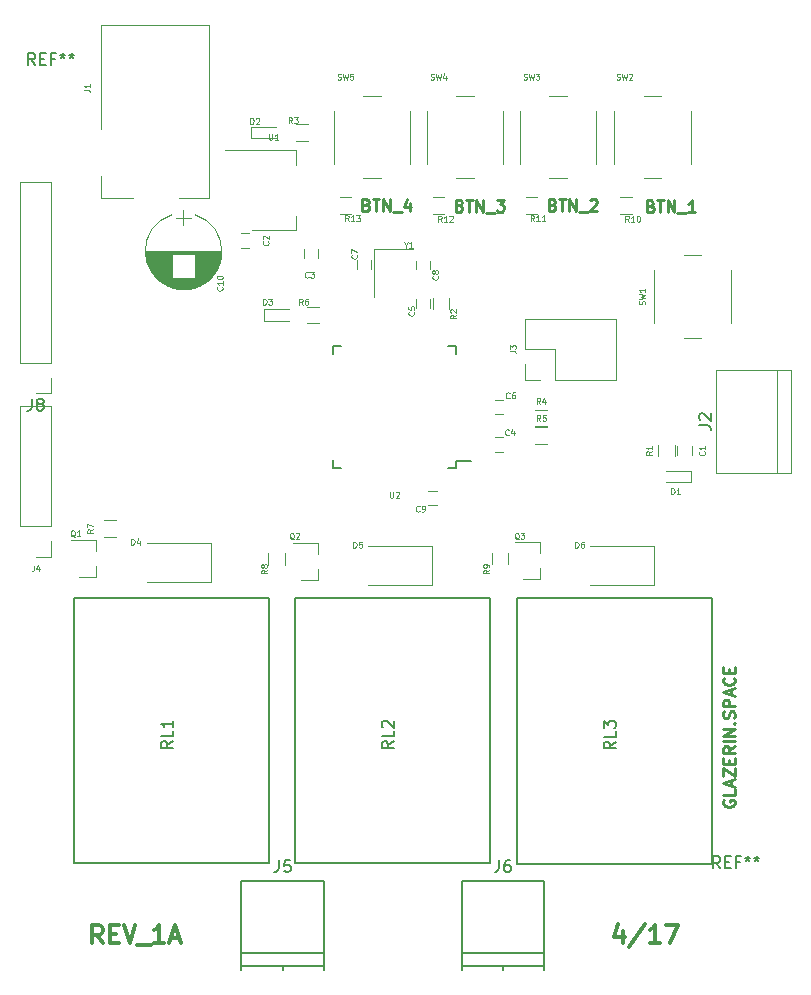
<source format=gto>
G04 #@! TF.FileFunction,Legend,Top*
%FSLAX46Y46*%
G04 Gerber Fmt 4.6, Leading zero omitted, Abs format (unit mm)*
G04 Created by KiCad (PCBNEW 4.0.6) date 04/22/17 16:33:41*
%MOMM*%
%LPD*%
G01*
G04 APERTURE LIST*
%ADD10C,0.100000*%
%ADD11C,0.250000*%
%ADD12C,0.300000*%
%ADD13C,0.150000*%
%ADD14C,0.120000*%
%ADD15C,0.125000*%
G04 APERTURE END LIST*
D10*
D11*
X154036924Y-69118171D02*
X154179781Y-69165790D01*
X154227400Y-69213410D01*
X154275019Y-69308648D01*
X154275019Y-69451505D01*
X154227400Y-69546743D01*
X154179781Y-69594362D01*
X154084543Y-69641981D01*
X153703590Y-69641981D01*
X153703590Y-68641981D01*
X154036924Y-68641981D01*
X154132162Y-68689600D01*
X154179781Y-68737219D01*
X154227400Y-68832457D01*
X154227400Y-68927695D01*
X154179781Y-69022933D01*
X154132162Y-69070552D01*
X154036924Y-69118171D01*
X153703590Y-69118171D01*
X154560733Y-68641981D02*
X155132162Y-68641981D01*
X154846447Y-69641981D02*
X154846447Y-68641981D01*
X155465495Y-69641981D02*
X155465495Y-68641981D01*
X156036924Y-69641981D01*
X156036924Y-68641981D01*
X156275019Y-69737219D02*
X157036924Y-69737219D01*
X157703591Y-68975314D02*
X157703591Y-69641981D01*
X157465495Y-68594362D02*
X157227400Y-69308648D01*
X157846448Y-69308648D01*
X161936324Y-69168971D02*
X162079181Y-69216590D01*
X162126800Y-69264210D01*
X162174419Y-69359448D01*
X162174419Y-69502305D01*
X162126800Y-69597543D01*
X162079181Y-69645162D01*
X161983943Y-69692781D01*
X161602990Y-69692781D01*
X161602990Y-68692781D01*
X161936324Y-68692781D01*
X162031562Y-68740400D01*
X162079181Y-68788019D01*
X162126800Y-68883257D01*
X162126800Y-68978495D01*
X162079181Y-69073733D01*
X162031562Y-69121352D01*
X161936324Y-69168971D01*
X161602990Y-69168971D01*
X162460133Y-68692781D02*
X163031562Y-68692781D01*
X162745847Y-69692781D02*
X162745847Y-68692781D01*
X163364895Y-69692781D02*
X163364895Y-68692781D01*
X163936324Y-69692781D01*
X163936324Y-68692781D01*
X164174419Y-69788019D02*
X164936324Y-69788019D01*
X165079181Y-68692781D02*
X165698229Y-68692781D01*
X165364895Y-69073733D01*
X165507753Y-69073733D01*
X165602991Y-69121352D01*
X165650610Y-69168971D01*
X165698229Y-69264210D01*
X165698229Y-69502305D01*
X165650610Y-69597543D01*
X165602991Y-69645162D01*
X165507753Y-69692781D01*
X165222038Y-69692781D01*
X165126800Y-69645162D01*
X165079181Y-69597543D01*
X169810324Y-69118171D02*
X169953181Y-69165790D01*
X170000800Y-69213410D01*
X170048419Y-69308648D01*
X170048419Y-69451505D01*
X170000800Y-69546743D01*
X169953181Y-69594362D01*
X169857943Y-69641981D01*
X169476990Y-69641981D01*
X169476990Y-68641981D01*
X169810324Y-68641981D01*
X169905562Y-68689600D01*
X169953181Y-68737219D01*
X170000800Y-68832457D01*
X170000800Y-68927695D01*
X169953181Y-69022933D01*
X169905562Y-69070552D01*
X169810324Y-69118171D01*
X169476990Y-69118171D01*
X170334133Y-68641981D02*
X170905562Y-68641981D01*
X170619847Y-69641981D02*
X170619847Y-68641981D01*
X171238895Y-69641981D02*
X171238895Y-68641981D01*
X171810324Y-69641981D01*
X171810324Y-68641981D01*
X172048419Y-69737219D02*
X172810324Y-69737219D01*
X173000800Y-68737219D02*
X173048419Y-68689600D01*
X173143657Y-68641981D01*
X173381753Y-68641981D01*
X173476991Y-68689600D01*
X173524610Y-68737219D01*
X173572229Y-68832457D01*
X173572229Y-68927695D01*
X173524610Y-69070552D01*
X172953181Y-69641981D01*
X173572229Y-69641981D01*
X178116124Y-69219771D02*
X178258981Y-69267390D01*
X178306600Y-69315010D01*
X178354219Y-69410248D01*
X178354219Y-69553105D01*
X178306600Y-69648343D01*
X178258981Y-69695962D01*
X178163743Y-69743581D01*
X177782790Y-69743581D01*
X177782790Y-68743581D01*
X178116124Y-68743581D01*
X178211362Y-68791200D01*
X178258981Y-68838819D01*
X178306600Y-68934057D01*
X178306600Y-69029295D01*
X178258981Y-69124533D01*
X178211362Y-69172152D01*
X178116124Y-69219771D01*
X177782790Y-69219771D01*
X178639933Y-68743581D02*
X179211362Y-68743581D01*
X178925647Y-69743581D02*
X178925647Y-68743581D01*
X179544695Y-69743581D02*
X179544695Y-68743581D01*
X180116124Y-69743581D01*
X180116124Y-68743581D01*
X180354219Y-69838819D02*
X181116124Y-69838819D01*
X181878029Y-69743581D02*
X181306600Y-69743581D01*
X181592314Y-69743581D02*
X181592314Y-68743581D01*
X181497076Y-68886438D01*
X181401838Y-68981676D01*
X181306600Y-69029295D01*
X184285000Y-119530142D02*
X184237381Y-119625380D01*
X184237381Y-119768237D01*
X184285000Y-119911095D01*
X184380238Y-120006333D01*
X184475476Y-120053952D01*
X184665952Y-120101571D01*
X184808810Y-120101571D01*
X184999286Y-120053952D01*
X185094524Y-120006333D01*
X185189762Y-119911095D01*
X185237381Y-119768237D01*
X185237381Y-119672999D01*
X185189762Y-119530142D01*
X185142143Y-119482523D01*
X184808810Y-119482523D01*
X184808810Y-119672999D01*
X185237381Y-118577761D02*
X185237381Y-119053952D01*
X184237381Y-119053952D01*
X184951667Y-118292047D02*
X184951667Y-117815856D01*
X185237381Y-118387285D02*
X184237381Y-118053952D01*
X185237381Y-117720618D01*
X184237381Y-117482523D02*
X184237381Y-116815856D01*
X185237381Y-117482523D01*
X185237381Y-116815856D01*
X184713571Y-116434904D02*
X184713571Y-116101570D01*
X185237381Y-115958713D02*
X185237381Y-116434904D01*
X184237381Y-116434904D01*
X184237381Y-115958713D01*
X185237381Y-114958713D02*
X184761190Y-115292047D01*
X185237381Y-115530142D02*
X184237381Y-115530142D01*
X184237381Y-115149189D01*
X184285000Y-115053951D01*
X184332619Y-115006332D01*
X184427857Y-114958713D01*
X184570714Y-114958713D01*
X184665952Y-115006332D01*
X184713571Y-115053951D01*
X184761190Y-115149189D01*
X184761190Y-115530142D01*
X185237381Y-114530142D02*
X184237381Y-114530142D01*
X185237381Y-114053952D02*
X184237381Y-114053952D01*
X185237381Y-113482523D01*
X184237381Y-113482523D01*
X185142143Y-113006333D02*
X185189762Y-112958714D01*
X185237381Y-113006333D01*
X185189762Y-113053952D01*
X185142143Y-113006333D01*
X185237381Y-113006333D01*
X185189762Y-112577762D02*
X185237381Y-112434905D01*
X185237381Y-112196809D01*
X185189762Y-112101571D01*
X185142143Y-112053952D01*
X185046905Y-112006333D01*
X184951667Y-112006333D01*
X184856429Y-112053952D01*
X184808810Y-112101571D01*
X184761190Y-112196809D01*
X184713571Y-112387286D01*
X184665952Y-112482524D01*
X184618333Y-112530143D01*
X184523095Y-112577762D01*
X184427857Y-112577762D01*
X184332619Y-112530143D01*
X184285000Y-112482524D01*
X184237381Y-112387286D01*
X184237381Y-112149190D01*
X184285000Y-112006333D01*
X185237381Y-111577762D02*
X184237381Y-111577762D01*
X184237381Y-111196809D01*
X184285000Y-111101571D01*
X184332619Y-111053952D01*
X184427857Y-111006333D01*
X184570714Y-111006333D01*
X184665952Y-111053952D01*
X184713571Y-111101571D01*
X184761190Y-111196809D01*
X184761190Y-111577762D01*
X184951667Y-110625381D02*
X184951667Y-110149190D01*
X185237381Y-110720619D02*
X184237381Y-110387286D01*
X185237381Y-110053952D01*
X185142143Y-109149190D02*
X185189762Y-109196809D01*
X185237381Y-109339666D01*
X185237381Y-109434904D01*
X185189762Y-109577762D01*
X185094524Y-109673000D01*
X184999286Y-109720619D01*
X184808810Y-109768238D01*
X184665952Y-109768238D01*
X184475476Y-109720619D01*
X184380238Y-109673000D01*
X184285000Y-109577762D01*
X184237381Y-109434904D01*
X184237381Y-109339666D01*
X184285000Y-109196809D01*
X184332619Y-109149190D01*
X184713571Y-108720619D02*
X184713571Y-108387285D01*
X185237381Y-108244428D02*
X185237381Y-108720619D01*
X184237381Y-108720619D01*
X184237381Y-108244428D01*
D12*
X175744429Y-130615571D02*
X175744429Y-131615571D01*
X175387286Y-130044143D02*
X175030143Y-131115571D01*
X175958715Y-131115571D01*
X177601571Y-130044143D02*
X176315857Y-131972714D01*
X178887286Y-131615571D02*
X178030143Y-131615571D01*
X178458715Y-131615571D02*
X178458715Y-130115571D01*
X178315858Y-130329857D01*
X178173000Y-130472714D01*
X178030143Y-130544143D01*
X179387286Y-130115571D02*
X180387286Y-130115571D01*
X179744429Y-131615571D01*
X131707287Y-131615571D02*
X131207287Y-130901286D01*
X130850144Y-131615571D02*
X130850144Y-130115571D01*
X131421572Y-130115571D01*
X131564430Y-130187000D01*
X131635858Y-130258429D01*
X131707287Y-130401286D01*
X131707287Y-130615571D01*
X131635858Y-130758429D01*
X131564430Y-130829857D01*
X131421572Y-130901286D01*
X130850144Y-130901286D01*
X132350144Y-130829857D02*
X132850144Y-130829857D01*
X133064430Y-131615571D02*
X132350144Y-131615571D01*
X132350144Y-130115571D01*
X133064430Y-130115571D01*
X133493001Y-130115571D02*
X133993001Y-131615571D01*
X134493001Y-130115571D01*
X134635858Y-131758429D02*
X135778715Y-131758429D01*
X136921572Y-131615571D02*
X136064429Y-131615571D01*
X136493001Y-131615571D02*
X136493001Y-130115571D01*
X136350144Y-130329857D01*
X136207286Y-130472714D01*
X136064429Y-130544143D01*
X137493000Y-131187000D02*
X138207286Y-131187000D01*
X137350143Y-131615571D02*
X137850143Y-130115571D01*
X138350143Y-131615571D01*
D13*
X129291000Y-124872500D02*
X145791000Y-124872500D01*
X145791000Y-124872500D02*
X145791000Y-102372500D01*
X129291000Y-102372500D02*
X145791000Y-102372500D01*
X129291000Y-124872500D02*
X129291000Y-102372500D01*
D14*
X127377500Y-82486500D02*
X127377500Y-67186500D01*
X127377500Y-67186500D02*
X124717500Y-67186500D01*
X124717500Y-67186500D02*
X124717500Y-82486500D01*
X124717500Y-82486500D02*
X127377500Y-82486500D01*
X127377500Y-83756500D02*
X127377500Y-85086500D01*
X127377500Y-85086500D02*
X126047500Y-85086500D01*
X127377500Y-96329500D02*
X127377500Y-86109500D01*
X127377500Y-86109500D02*
X124717500Y-86109500D01*
X124717500Y-86109500D02*
X124717500Y-96329500D01*
X124717500Y-96329500D02*
X127377500Y-96329500D01*
X127377500Y-97599500D02*
X127377500Y-98929500D01*
X127377500Y-98929500D02*
X126047500Y-98929500D01*
X170053000Y-83943500D02*
X175193000Y-83943500D01*
X175193000Y-83943500D02*
X175193000Y-78743500D01*
X175193000Y-78743500D02*
X167453000Y-78743500D01*
X167453000Y-78743500D02*
X167453000Y-81343500D01*
X167453000Y-81343500D02*
X170053000Y-81343500D01*
X170053000Y-81343500D02*
X170053000Y-83943500D01*
X168783000Y-83943500D02*
X167453000Y-83943500D01*
X167453000Y-83943500D02*
X167453000Y-82613500D01*
X181575000Y-89566000D02*
X181575000Y-90266000D01*
X180375000Y-90266000D02*
X180375000Y-89566000D01*
X143414000Y-71536000D02*
X144114000Y-71536000D01*
X144114000Y-72736000D02*
X143414000Y-72736000D01*
X149926600Y-72878200D02*
X149926600Y-73578200D01*
X148726600Y-73578200D02*
X148726600Y-72878200D01*
X164940500Y-88808000D02*
X165640500Y-88808000D01*
X165640500Y-90008000D02*
X164940500Y-90008000D01*
X158213500Y-77832000D02*
X158213500Y-77132000D01*
X159413500Y-77132000D02*
X159413500Y-77832000D01*
X164940500Y-85633000D02*
X165640500Y-85633000D01*
X165640500Y-86833000D02*
X164940500Y-86833000D01*
X153260500Y-74518000D02*
X153260500Y-73818000D01*
X154460500Y-73818000D02*
X154460500Y-74518000D01*
X159413500Y-73869500D02*
X159413500Y-74569500D01*
X158213500Y-74569500D02*
X158213500Y-73869500D01*
X159289000Y-93316500D02*
X159989000Y-93316500D01*
X159989000Y-94516500D02*
X159289000Y-94516500D01*
X181513000Y-92625800D02*
X181513000Y-91625800D01*
X181513000Y-91625800D02*
X179413000Y-91625800D01*
X181513000Y-92625800D02*
X179413000Y-92625800D01*
X144305500Y-62492000D02*
X144305500Y-63492000D01*
X144305500Y-63492000D02*
X146405500Y-63492000D01*
X144305500Y-62492000D02*
X146405500Y-62492000D01*
X145385000Y-77922500D02*
X145385000Y-78922500D01*
X145385000Y-78922500D02*
X147485000Y-78922500D01*
X145385000Y-77922500D02*
X147485000Y-77922500D01*
X190021500Y-91789500D02*
X190021500Y-83089500D01*
X183611500Y-91789500D02*
X183611500Y-83089500D01*
X183611500Y-83089500D02*
X190021500Y-83089500D01*
X188791500Y-83089500D02*
X188791500Y-91789500D01*
X190021500Y-91789500D02*
X183611500Y-91789500D01*
X180131000Y-89416000D02*
X180131000Y-90416000D01*
X178771000Y-90416000D02*
X178771000Y-89416000D01*
X161017500Y-76970000D02*
X161017500Y-77970000D01*
X159657500Y-77970000D02*
X159657500Y-76970000D01*
X148090000Y-62312000D02*
X149090000Y-62312000D01*
X149090000Y-63672000D02*
X148090000Y-63672000D01*
X169334500Y-87865500D02*
X168334500Y-87865500D01*
X168334500Y-86505500D02*
X169334500Y-86505500D01*
X169346500Y-89326000D02*
X168346500Y-89326000D01*
X168346500Y-87966000D02*
X169346500Y-87966000D01*
X150042500Y-79102500D02*
X149042500Y-79102500D01*
X149042500Y-77742500D02*
X150042500Y-77742500D01*
X132834000Y-97200000D02*
X131834000Y-97200000D01*
X131834000Y-95840000D02*
X132834000Y-95840000D01*
X145751000Y-99635500D02*
X145751000Y-98635500D01*
X147111000Y-98635500D02*
X147111000Y-99635500D01*
X164674000Y-99560000D02*
X164674000Y-98560000D01*
X166034000Y-98560000D02*
X166034000Y-99560000D01*
X140909000Y-101027500D02*
X140909000Y-97727500D01*
X140909000Y-97727500D02*
X135509000Y-97727500D01*
X140909000Y-101027500D02*
X135509000Y-101027500D01*
X159610000Y-101281500D02*
X159610000Y-97981500D01*
X159610000Y-97981500D02*
X154210000Y-97981500D01*
X159610000Y-101281500D02*
X154210000Y-101281500D01*
X178406000Y-101281500D02*
X178406000Y-97981500D01*
X178406000Y-97981500D02*
X173006000Y-97981500D01*
X178406000Y-101281500D02*
X173006000Y-101281500D01*
X131173000Y-100642500D02*
X131173000Y-99712500D01*
X131173000Y-97482500D02*
X131173000Y-98412500D01*
X131173000Y-97482500D02*
X129013000Y-97482500D01*
X131173000Y-100642500D02*
X129713000Y-100642500D01*
X149969000Y-100896500D02*
X149969000Y-99966500D01*
X149969000Y-97736500D02*
X149969000Y-98666500D01*
X149969000Y-97736500D02*
X147809000Y-97736500D01*
X149969000Y-100896500D02*
X148509000Y-100896500D01*
X168781000Y-100830500D02*
X168781000Y-99900500D01*
X168781000Y-97670500D02*
X168781000Y-98600500D01*
X168781000Y-97670500D02*
X166621000Y-97670500D01*
X168781000Y-100830500D02*
X167321000Y-100830500D01*
X176522000Y-69856900D02*
X175522000Y-69856900D01*
X175522000Y-68496900D02*
X176522000Y-68496900D01*
X168521000Y-69856900D02*
X167521000Y-69856900D01*
X167521000Y-68496900D02*
X168521000Y-68496900D01*
X160647000Y-69856900D02*
X159647000Y-69856900D01*
X159647000Y-68496900D02*
X160647000Y-68496900D01*
X152773000Y-69856900D02*
X151773000Y-69856900D01*
X151773000Y-68496900D02*
X152773000Y-68496900D01*
X148087000Y-71291500D02*
X148087000Y-70031500D01*
X148087000Y-64471500D02*
X148087000Y-65731500D01*
X144327000Y-71291500D02*
X148087000Y-71291500D01*
X142077000Y-64471500D02*
X148087000Y-64471500D01*
D13*
X161590500Y-91408000D02*
X161590500Y-90833000D01*
X151240500Y-91408000D02*
X151240500Y-90733000D01*
X151240500Y-81058000D02*
X151240500Y-81733000D01*
X161590500Y-81058000D02*
X161590500Y-81733000D01*
X161590500Y-91408000D02*
X160915500Y-91408000D01*
X161590500Y-81058000D02*
X160915500Y-81058000D01*
X151240500Y-81058000D02*
X151915500Y-81058000D01*
X151240500Y-91408000D02*
X151915500Y-91408000D01*
X161590500Y-90833000D02*
X162865500Y-90833000D01*
X147991000Y-124882500D02*
X164491000Y-124882500D01*
X164491000Y-124882500D02*
X164491000Y-102382500D01*
X147991000Y-102382500D02*
X164491000Y-102382500D01*
X147991000Y-124882500D02*
X147991000Y-102382500D01*
X166787000Y-124890500D02*
X183287000Y-124890500D01*
X183287000Y-124890500D02*
X183287000Y-102390500D01*
X166787000Y-102390500D02*
X183287000Y-102390500D01*
X166787000Y-124890500D02*
X166787000Y-102390500D01*
D14*
X184896000Y-79137000D02*
X184896000Y-74637000D01*
X180896000Y-80387000D02*
X182396000Y-80387000D01*
X178396000Y-74637000D02*
X178396000Y-79137000D01*
X182396000Y-73387000D02*
X180896000Y-73387000D01*
X181522000Y-65636900D02*
X181522000Y-61136900D01*
X177522000Y-66886900D02*
X179022000Y-66886900D01*
X175022000Y-61136900D02*
X175022000Y-65636900D01*
X179022000Y-59886900D02*
X177522000Y-59886900D01*
X173521000Y-65636900D02*
X173521000Y-61136900D01*
X169521000Y-66886900D02*
X171021000Y-66886900D01*
X167021000Y-61136900D02*
X167021000Y-65636900D01*
X171021000Y-59886900D02*
X169521000Y-59886900D01*
X165647000Y-65636900D02*
X165647000Y-61136900D01*
X161647000Y-66886900D02*
X163147000Y-66886900D01*
X159147000Y-61136900D02*
X159147000Y-65636900D01*
X163147000Y-59886900D02*
X161647000Y-59886900D01*
X157773000Y-65636900D02*
X157773000Y-61136900D01*
X153773000Y-66886900D02*
X155273000Y-66886900D01*
X151273000Y-61136900D02*
X151273000Y-65636900D01*
X155273000Y-59886900D02*
X153773000Y-59886900D01*
X131544000Y-62658500D02*
X131544000Y-53858500D01*
X131544000Y-53858500D02*
X140744000Y-53858500D01*
X134244000Y-68558500D02*
X131544000Y-68558500D01*
X131544000Y-68558500D02*
X131544000Y-66658500D01*
X140744000Y-53858500D02*
X140744000Y-68558500D01*
X140744000Y-68558500D02*
X138144000Y-68558500D01*
D13*
X146967000Y-133538400D02*
X146967000Y-133938400D01*
X143467000Y-132438400D02*
X150467000Y-132438400D01*
X143467000Y-133538400D02*
X150467000Y-133538400D01*
X143467000Y-126338400D02*
X143467000Y-133938400D01*
X150467000Y-133938400D02*
X150467000Y-126338400D01*
X150467000Y-126338400D02*
X143467000Y-126338400D01*
X165605400Y-133538400D02*
X165605400Y-133938400D01*
X162105400Y-132438400D02*
X169105400Y-132438400D01*
X162105400Y-133538400D02*
X169105400Y-133538400D01*
X162105400Y-126338400D02*
X162105400Y-133938400D01*
X169105400Y-133938400D02*
X169105400Y-126338400D01*
X169105400Y-126338400D02*
X162105400Y-126338400D01*
D14*
X157962500Y-72887000D02*
X154662500Y-72887000D01*
X154662500Y-72887000D02*
X154662500Y-76887000D01*
X139536357Y-76133440D02*
G75*
G03X139537000Y-69956764I-979357J3088440D01*
G01*
X137577643Y-76133440D02*
G75*
G02X137577000Y-69956764I979357J3088440D01*
G01*
X137577643Y-76133440D02*
G75*
G03X139537000Y-76133236I979357J3088440D01*
G01*
X141757000Y-73045000D02*
X135357000Y-73045000D01*
X141757000Y-73085000D02*
X135357000Y-73085000D01*
X141757000Y-73125000D02*
X135357000Y-73125000D01*
X141755000Y-73165000D02*
X135359000Y-73165000D01*
X141754000Y-73205000D02*
X135360000Y-73205000D01*
X141751000Y-73245000D02*
X135363000Y-73245000D01*
X141749000Y-73285000D02*
X135365000Y-73285000D01*
X141745000Y-73325000D02*
X139537000Y-73325000D01*
X137577000Y-73325000D02*
X135369000Y-73325000D01*
X141742000Y-73365000D02*
X139537000Y-73365000D01*
X137577000Y-73365000D02*
X135372000Y-73365000D01*
X141737000Y-73405000D02*
X139537000Y-73405000D01*
X137577000Y-73405000D02*
X135377000Y-73405000D01*
X141733000Y-73445000D02*
X139537000Y-73445000D01*
X137577000Y-73445000D02*
X135381000Y-73445000D01*
X141727000Y-73485000D02*
X139537000Y-73485000D01*
X137577000Y-73485000D02*
X135387000Y-73485000D01*
X141722000Y-73525000D02*
X139537000Y-73525000D01*
X137577000Y-73525000D02*
X135392000Y-73525000D01*
X141715000Y-73565000D02*
X139537000Y-73565000D01*
X137577000Y-73565000D02*
X135399000Y-73565000D01*
X141709000Y-73605000D02*
X139537000Y-73605000D01*
X137577000Y-73605000D02*
X135405000Y-73605000D01*
X141701000Y-73645000D02*
X139537000Y-73645000D01*
X137577000Y-73645000D02*
X135413000Y-73645000D01*
X141694000Y-73685000D02*
X139537000Y-73685000D01*
X137577000Y-73685000D02*
X135420000Y-73685000D01*
X141685000Y-73725000D02*
X139537000Y-73725000D01*
X137577000Y-73725000D02*
X135429000Y-73725000D01*
X141676000Y-73766000D02*
X139537000Y-73766000D01*
X137577000Y-73766000D02*
X135438000Y-73766000D01*
X141667000Y-73806000D02*
X139537000Y-73806000D01*
X137577000Y-73806000D02*
X135447000Y-73806000D01*
X141657000Y-73846000D02*
X139537000Y-73846000D01*
X137577000Y-73846000D02*
X135457000Y-73846000D01*
X141647000Y-73886000D02*
X139537000Y-73886000D01*
X137577000Y-73886000D02*
X135467000Y-73886000D01*
X141636000Y-73926000D02*
X139537000Y-73926000D01*
X137577000Y-73926000D02*
X135478000Y-73926000D01*
X141624000Y-73966000D02*
X139537000Y-73966000D01*
X137577000Y-73966000D02*
X135490000Y-73966000D01*
X141612000Y-74006000D02*
X139537000Y-74006000D01*
X137577000Y-74006000D02*
X135502000Y-74006000D01*
X141599000Y-74046000D02*
X139537000Y-74046000D01*
X137577000Y-74046000D02*
X135515000Y-74046000D01*
X141586000Y-74086000D02*
X139537000Y-74086000D01*
X137577000Y-74086000D02*
X135528000Y-74086000D01*
X141572000Y-74126000D02*
X139537000Y-74126000D01*
X137577000Y-74126000D02*
X135542000Y-74126000D01*
X141558000Y-74166000D02*
X139537000Y-74166000D01*
X137577000Y-74166000D02*
X135556000Y-74166000D01*
X141543000Y-74206000D02*
X139537000Y-74206000D01*
X137577000Y-74206000D02*
X135571000Y-74206000D01*
X141527000Y-74246000D02*
X139537000Y-74246000D01*
X137577000Y-74246000D02*
X135587000Y-74246000D01*
X141511000Y-74286000D02*
X139537000Y-74286000D01*
X137577000Y-74286000D02*
X135603000Y-74286000D01*
X141494000Y-74326000D02*
X139537000Y-74326000D01*
X137577000Y-74326000D02*
X135620000Y-74326000D01*
X141476000Y-74366000D02*
X139537000Y-74366000D01*
X137577000Y-74366000D02*
X135638000Y-74366000D01*
X141458000Y-74406000D02*
X139537000Y-74406000D01*
X137577000Y-74406000D02*
X135656000Y-74406000D01*
X141439000Y-74446000D02*
X139537000Y-74446000D01*
X137577000Y-74446000D02*
X135675000Y-74446000D01*
X141420000Y-74486000D02*
X139537000Y-74486000D01*
X137577000Y-74486000D02*
X135694000Y-74486000D01*
X141400000Y-74526000D02*
X139537000Y-74526000D01*
X137577000Y-74526000D02*
X135714000Y-74526000D01*
X141379000Y-74566000D02*
X139537000Y-74566000D01*
X137577000Y-74566000D02*
X135735000Y-74566000D01*
X141357000Y-74606000D02*
X139537000Y-74606000D01*
X137577000Y-74606000D02*
X135757000Y-74606000D01*
X141335000Y-74646000D02*
X139537000Y-74646000D01*
X137577000Y-74646000D02*
X135779000Y-74646000D01*
X141312000Y-74686000D02*
X139537000Y-74686000D01*
X137577000Y-74686000D02*
X135802000Y-74686000D01*
X141288000Y-74726000D02*
X139537000Y-74726000D01*
X137577000Y-74726000D02*
X135826000Y-74726000D01*
X141263000Y-74766000D02*
X139537000Y-74766000D01*
X137577000Y-74766000D02*
X135851000Y-74766000D01*
X141238000Y-74806000D02*
X139537000Y-74806000D01*
X137577000Y-74806000D02*
X135876000Y-74806000D01*
X141211000Y-74846000D02*
X139537000Y-74846000D01*
X137577000Y-74846000D02*
X135903000Y-74846000D01*
X141184000Y-74886000D02*
X139537000Y-74886000D01*
X137577000Y-74886000D02*
X135930000Y-74886000D01*
X141156000Y-74926000D02*
X139537000Y-74926000D01*
X137577000Y-74926000D02*
X135958000Y-74926000D01*
X141127000Y-74966000D02*
X139537000Y-74966000D01*
X137577000Y-74966000D02*
X135987000Y-74966000D01*
X141097000Y-75006000D02*
X139537000Y-75006000D01*
X137577000Y-75006000D02*
X136017000Y-75006000D01*
X141067000Y-75046000D02*
X139537000Y-75046000D01*
X137577000Y-75046000D02*
X136047000Y-75046000D01*
X141035000Y-75086000D02*
X139537000Y-75086000D01*
X137577000Y-75086000D02*
X136079000Y-75086000D01*
X141002000Y-75126000D02*
X139537000Y-75126000D01*
X137577000Y-75126000D02*
X136112000Y-75126000D01*
X140968000Y-75166000D02*
X139537000Y-75166000D01*
X137577000Y-75166000D02*
X136146000Y-75166000D01*
X140932000Y-75206000D02*
X139537000Y-75206000D01*
X137577000Y-75206000D02*
X136182000Y-75206000D01*
X140896000Y-75246000D02*
X139537000Y-75246000D01*
X137577000Y-75246000D02*
X136218000Y-75246000D01*
X140858000Y-75286000D02*
X136256000Y-75286000D01*
X140819000Y-75326000D02*
X136295000Y-75326000D01*
X140779000Y-75366000D02*
X136335000Y-75366000D01*
X140737000Y-75406000D02*
X136377000Y-75406000D01*
X140694000Y-75446000D02*
X136420000Y-75446000D01*
X140649000Y-75486000D02*
X136465000Y-75486000D01*
X140602000Y-75526000D02*
X136512000Y-75526000D01*
X140554000Y-75566000D02*
X136560000Y-75566000D01*
X140503000Y-75606000D02*
X136611000Y-75606000D01*
X140451000Y-75646000D02*
X136663000Y-75646000D01*
X140396000Y-75686000D02*
X136718000Y-75686000D01*
X140338000Y-75726000D02*
X136776000Y-75726000D01*
X140278000Y-75766000D02*
X136836000Y-75766000D01*
X140215000Y-75806000D02*
X136899000Y-75806000D01*
X140148000Y-75846000D02*
X136966000Y-75846000D01*
X140077000Y-75886000D02*
X137037000Y-75886000D01*
X140002000Y-75926000D02*
X137112000Y-75926000D01*
X139921000Y-75966000D02*
X137193000Y-75966000D01*
X139835000Y-76006000D02*
X137279000Y-76006000D01*
X139741000Y-76046000D02*
X137373000Y-76046000D01*
X139638000Y-76086000D02*
X137476000Y-76086000D01*
X139523000Y-76126000D02*
X137591000Y-76126000D01*
X139391000Y-76166000D02*
X137723000Y-76166000D01*
X139233000Y-76206000D02*
X137881000Y-76206000D01*
X139025000Y-76246000D02*
X138089000Y-76246000D01*
X138557000Y-69595000D02*
X138557000Y-70795000D01*
X139207000Y-70195000D02*
X137907000Y-70195000D01*
D13*
X137643381Y-114543928D02*
X137167190Y-114877262D01*
X137643381Y-115115357D02*
X136643381Y-115115357D01*
X136643381Y-114734404D01*
X136691000Y-114639166D01*
X136738619Y-114591547D01*
X136833857Y-114543928D01*
X136976714Y-114543928D01*
X137071952Y-114591547D01*
X137119571Y-114639166D01*
X137167190Y-114734404D01*
X137167190Y-115115357D01*
X137643381Y-113639166D02*
X137643381Y-114115357D01*
X136643381Y-114115357D01*
X137643381Y-112782023D02*
X137643381Y-113353452D01*
X137643381Y-113067738D02*
X136643381Y-113067738D01*
X136786238Y-113162976D01*
X136881476Y-113258214D01*
X136929095Y-113353452D01*
X125714167Y-85538881D02*
X125714167Y-86253167D01*
X125666547Y-86396024D01*
X125571309Y-86491262D01*
X125428452Y-86538881D01*
X125333214Y-86538881D01*
X126333214Y-85967452D02*
X126237976Y-85919833D01*
X126190357Y-85872214D01*
X126142738Y-85776976D01*
X126142738Y-85729357D01*
X126190357Y-85634119D01*
X126237976Y-85586500D01*
X126333214Y-85538881D01*
X126523691Y-85538881D01*
X126618929Y-85586500D01*
X126666548Y-85634119D01*
X126714167Y-85729357D01*
X126714167Y-85776976D01*
X126666548Y-85872214D01*
X126618929Y-85919833D01*
X126523691Y-85967452D01*
X126333214Y-85967452D01*
X126237976Y-86015071D01*
X126190357Y-86062690D01*
X126142738Y-86157929D01*
X126142738Y-86348405D01*
X126190357Y-86443643D01*
X126237976Y-86491262D01*
X126333214Y-86538881D01*
X126523691Y-86538881D01*
X126618929Y-86491262D01*
X126666548Y-86443643D01*
X126714167Y-86348405D01*
X126714167Y-86157929D01*
X126666548Y-86062690D01*
X126618929Y-86015071D01*
X126523691Y-85967452D01*
X125991667Y-57283381D02*
X125658333Y-56807190D01*
X125420238Y-57283381D02*
X125420238Y-56283381D01*
X125801191Y-56283381D01*
X125896429Y-56331000D01*
X125944048Y-56378619D01*
X125991667Y-56473857D01*
X125991667Y-56616714D01*
X125944048Y-56711952D01*
X125896429Y-56759571D01*
X125801191Y-56807190D01*
X125420238Y-56807190D01*
X126420238Y-56759571D02*
X126753572Y-56759571D01*
X126896429Y-57283381D02*
X126420238Y-57283381D01*
X126420238Y-56283381D01*
X126896429Y-56283381D01*
X127658334Y-56759571D02*
X127325000Y-56759571D01*
X127325000Y-57283381D02*
X127325000Y-56283381D01*
X127801191Y-56283381D01*
X128325000Y-56283381D02*
X128325000Y-56521476D01*
X128086905Y-56426238D02*
X128325000Y-56521476D01*
X128563096Y-56426238D01*
X128182143Y-56711952D02*
X128325000Y-56521476D01*
X128467858Y-56711952D01*
X129086905Y-56283381D02*
X129086905Y-56521476D01*
X128848810Y-56426238D02*
X129086905Y-56521476D01*
X129325001Y-56426238D01*
X128944048Y-56711952D02*
X129086905Y-56521476D01*
X129229763Y-56711952D01*
D15*
D13*
X183991667Y-125283381D02*
X183658333Y-124807190D01*
X183420238Y-125283381D02*
X183420238Y-124283381D01*
X183801191Y-124283381D01*
X183896429Y-124331000D01*
X183944048Y-124378619D01*
X183991667Y-124473857D01*
X183991667Y-124616714D01*
X183944048Y-124711952D01*
X183896429Y-124759571D01*
X183801191Y-124807190D01*
X183420238Y-124807190D01*
X184420238Y-124759571D02*
X184753572Y-124759571D01*
X184896429Y-125283381D02*
X184420238Y-125283381D01*
X184420238Y-124283381D01*
X184896429Y-124283381D01*
X185658334Y-124759571D02*
X185325000Y-124759571D01*
X185325000Y-125283381D02*
X185325000Y-124283381D01*
X185801191Y-124283381D01*
X186325000Y-124283381D02*
X186325000Y-124521476D01*
X186086905Y-124426238D02*
X186325000Y-124521476D01*
X186563096Y-124426238D01*
X186182143Y-124711952D02*
X186325000Y-124521476D01*
X186467858Y-124711952D01*
X187086905Y-124283381D02*
X187086905Y-124521476D01*
X186848810Y-124426238D02*
X187086905Y-124521476D01*
X187325001Y-124426238D01*
X186944048Y-124711952D02*
X187086905Y-124521476D01*
X187229763Y-124711952D01*
D15*
X125880834Y-99655690D02*
X125880834Y-100012833D01*
X125857024Y-100084262D01*
X125809405Y-100131881D01*
X125737977Y-100155690D01*
X125690358Y-100155690D01*
X126333214Y-99822357D02*
X126333214Y-100155690D01*
X126214167Y-99631881D02*
X126095119Y-99989024D01*
X126404643Y-99989024D01*
X166179190Y-81510166D02*
X166536333Y-81510166D01*
X166607762Y-81533976D01*
X166655381Y-81581595D01*
X166679190Y-81653023D01*
X166679190Y-81700642D01*
X166179190Y-81319690D02*
X166179190Y-81010167D01*
X166369667Y-81176833D01*
X166369667Y-81105405D01*
X166393476Y-81057786D01*
X166417286Y-81033976D01*
X166464905Y-81010167D01*
X166583952Y-81010167D01*
X166631571Y-81033976D01*
X166655381Y-81057786D01*
X166679190Y-81105405D01*
X166679190Y-81248262D01*
X166655381Y-81295881D01*
X166631571Y-81319690D01*
X182653571Y-89999333D02*
X182677381Y-90023143D01*
X182701190Y-90094571D01*
X182701190Y-90142190D01*
X182677381Y-90213619D01*
X182629762Y-90261238D01*
X182582143Y-90285047D01*
X182486905Y-90308857D01*
X182415476Y-90308857D01*
X182320238Y-90285047D01*
X182272619Y-90261238D01*
X182225000Y-90213619D01*
X182201190Y-90142190D01*
X182201190Y-90094571D01*
X182225000Y-90023143D01*
X182248810Y-89999333D01*
X182701190Y-89523143D02*
X182701190Y-89808857D01*
X182701190Y-89666000D02*
X182201190Y-89666000D01*
X182272619Y-89713619D01*
X182320238Y-89761238D01*
X182344048Y-89808857D01*
X145720571Y-72219333D02*
X145744381Y-72243143D01*
X145768190Y-72314571D01*
X145768190Y-72362190D01*
X145744381Y-72433619D01*
X145696762Y-72481238D01*
X145649143Y-72505047D01*
X145553905Y-72528857D01*
X145482476Y-72528857D01*
X145387238Y-72505047D01*
X145339619Y-72481238D01*
X145292000Y-72433619D01*
X145268190Y-72362190D01*
X145268190Y-72314571D01*
X145292000Y-72243143D01*
X145315810Y-72219333D01*
X145315810Y-72028857D02*
X145292000Y-72005047D01*
X145268190Y-71957428D01*
X145268190Y-71838381D01*
X145292000Y-71790762D01*
X145315810Y-71766952D01*
X145363429Y-71743143D01*
X145411048Y-71743143D01*
X145482476Y-71766952D01*
X145768190Y-72052666D01*
X145768190Y-71743143D01*
X149141667Y-75235571D02*
X149117857Y-75259381D01*
X149046429Y-75283190D01*
X148998810Y-75283190D01*
X148927381Y-75259381D01*
X148879762Y-75211762D01*
X148855953Y-75164143D01*
X148832143Y-75068905D01*
X148832143Y-74997476D01*
X148855953Y-74902238D01*
X148879762Y-74854619D01*
X148927381Y-74807000D01*
X148998810Y-74783190D01*
X149046429Y-74783190D01*
X149117857Y-74807000D01*
X149141667Y-74830810D01*
X149308334Y-74783190D02*
X149617857Y-74783190D01*
X149451191Y-74973667D01*
X149522619Y-74973667D01*
X149570238Y-74997476D01*
X149594048Y-75021286D01*
X149617857Y-75068905D01*
X149617857Y-75187952D01*
X149594048Y-75235571D01*
X149570238Y-75259381D01*
X149522619Y-75283190D01*
X149379762Y-75283190D01*
X149332143Y-75259381D01*
X149308334Y-75235571D01*
X166096167Y-88570571D02*
X166072357Y-88594381D01*
X166000929Y-88618190D01*
X165953310Y-88618190D01*
X165881881Y-88594381D01*
X165834262Y-88546762D01*
X165810453Y-88499143D01*
X165786643Y-88403905D01*
X165786643Y-88332476D01*
X165810453Y-88237238D01*
X165834262Y-88189619D01*
X165881881Y-88142000D01*
X165953310Y-88118190D01*
X166000929Y-88118190D01*
X166072357Y-88142000D01*
X166096167Y-88165810D01*
X166524738Y-88284857D02*
X166524738Y-88618190D01*
X166405691Y-88094381D02*
X166286643Y-88451524D01*
X166596167Y-88451524D01*
X158039571Y-78188333D02*
X158063381Y-78212143D01*
X158087190Y-78283571D01*
X158087190Y-78331190D01*
X158063381Y-78402619D01*
X158015762Y-78450238D01*
X157968143Y-78474047D01*
X157872905Y-78497857D01*
X157801476Y-78497857D01*
X157706238Y-78474047D01*
X157658619Y-78450238D01*
X157611000Y-78402619D01*
X157587190Y-78331190D01*
X157587190Y-78283571D01*
X157611000Y-78212143D01*
X157634810Y-78188333D01*
X157587190Y-77735952D02*
X157587190Y-77974047D01*
X157825286Y-77997857D01*
X157801476Y-77974047D01*
X157777667Y-77926428D01*
X157777667Y-77807381D01*
X157801476Y-77759762D01*
X157825286Y-77735952D01*
X157872905Y-77712143D01*
X157991952Y-77712143D01*
X158039571Y-77735952D01*
X158063381Y-77759762D01*
X158087190Y-77807381D01*
X158087190Y-77926428D01*
X158063381Y-77974047D01*
X158039571Y-77997857D01*
X166159667Y-85459071D02*
X166135857Y-85482881D01*
X166064429Y-85506690D01*
X166016810Y-85506690D01*
X165945381Y-85482881D01*
X165897762Y-85435262D01*
X165873953Y-85387643D01*
X165850143Y-85292405D01*
X165850143Y-85220976D01*
X165873953Y-85125738D01*
X165897762Y-85078119D01*
X165945381Y-85030500D01*
X166016810Y-85006690D01*
X166064429Y-85006690D01*
X166135857Y-85030500D01*
X166159667Y-85054310D01*
X166588238Y-85006690D02*
X166493000Y-85006690D01*
X166445381Y-85030500D01*
X166421572Y-85054310D01*
X166373953Y-85125738D01*
X166350143Y-85220976D01*
X166350143Y-85411452D01*
X166373953Y-85459071D01*
X166397762Y-85482881D01*
X166445381Y-85506690D01*
X166540619Y-85506690D01*
X166588238Y-85482881D01*
X166612048Y-85459071D01*
X166635857Y-85411452D01*
X166635857Y-85292405D01*
X166612048Y-85244786D01*
X166588238Y-85220976D01*
X166540619Y-85197167D01*
X166445381Y-85197167D01*
X166397762Y-85220976D01*
X166373953Y-85244786D01*
X166350143Y-85292405D01*
X153213571Y-73362333D02*
X153237381Y-73386143D01*
X153261190Y-73457571D01*
X153261190Y-73505190D01*
X153237381Y-73576619D01*
X153189762Y-73624238D01*
X153142143Y-73648047D01*
X153046905Y-73671857D01*
X152975476Y-73671857D01*
X152880238Y-73648047D01*
X152832619Y-73624238D01*
X152785000Y-73576619D01*
X152761190Y-73505190D01*
X152761190Y-73457571D01*
X152785000Y-73386143D01*
X152808810Y-73362333D01*
X152761190Y-73195666D02*
X152761190Y-72862333D01*
X153261190Y-73076619D01*
X160071571Y-75140333D02*
X160095381Y-75164143D01*
X160119190Y-75235571D01*
X160119190Y-75283190D01*
X160095381Y-75354619D01*
X160047762Y-75402238D01*
X160000143Y-75426047D01*
X159904905Y-75449857D01*
X159833476Y-75449857D01*
X159738238Y-75426047D01*
X159690619Y-75402238D01*
X159643000Y-75354619D01*
X159619190Y-75283190D01*
X159619190Y-75235571D01*
X159643000Y-75164143D01*
X159666810Y-75140333D01*
X159833476Y-74854619D02*
X159809667Y-74902238D01*
X159785857Y-74926047D01*
X159738238Y-74949857D01*
X159714429Y-74949857D01*
X159666810Y-74926047D01*
X159643000Y-74902238D01*
X159619190Y-74854619D01*
X159619190Y-74759381D01*
X159643000Y-74711762D01*
X159666810Y-74687952D01*
X159714429Y-74664143D01*
X159738238Y-74664143D01*
X159785857Y-74687952D01*
X159809667Y-74711762D01*
X159833476Y-74759381D01*
X159833476Y-74854619D01*
X159857286Y-74902238D01*
X159881095Y-74926047D01*
X159928714Y-74949857D01*
X160023952Y-74949857D01*
X160071571Y-74926047D01*
X160095381Y-74902238D01*
X160119190Y-74854619D01*
X160119190Y-74759381D01*
X160095381Y-74711762D01*
X160071571Y-74687952D01*
X160023952Y-74664143D01*
X159928714Y-74664143D01*
X159881095Y-74687952D01*
X159857286Y-74711762D01*
X159833476Y-74759381D01*
X158539667Y-95047571D02*
X158515857Y-95071381D01*
X158444429Y-95095190D01*
X158396810Y-95095190D01*
X158325381Y-95071381D01*
X158277762Y-95023762D01*
X158253953Y-94976143D01*
X158230143Y-94880905D01*
X158230143Y-94809476D01*
X158253953Y-94714238D01*
X158277762Y-94666619D01*
X158325381Y-94619000D01*
X158396810Y-94595190D01*
X158444429Y-94595190D01*
X158515857Y-94619000D01*
X158539667Y-94642810D01*
X158777762Y-95095190D02*
X158873000Y-95095190D01*
X158920619Y-95071381D01*
X158944429Y-95047571D01*
X158992048Y-94976143D01*
X159015857Y-94880905D01*
X159015857Y-94690429D01*
X158992048Y-94642810D01*
X158968238Y-94619000D01*
X158920619Y-94595190D01*
X158825381Y-94595190D01*
X158777762Y-94619000D01*
X158753953Y-94642810D01*
X158730143Y-94690429D01*
X158730143Y-94809476D01*
X158753953Y-94857095D01*
X158777762Y-94880905D01*
X158825381Y-94904714D01*
X158920619Y-94904714D01*
X158968238Y-94880905D01*
X158992048Y-94857095D01*
X159015857Y-94809476D01*
X179843953Y-93601990D02*
X179843953Y-93101990D01*
X179963000Y-93101990D01*
X180034429Y-93125800D01*
X180082048Y-93173419D01*
X180105857Y-93221038D01*
X180129667Y-93316276D01*
X180129667Y-93387705D01*
X180105857Y-93482943D01*
X180082048Y-93530562D01*
X180034429Y-93578181D01*
X179963000Y-93601990D01*
X179843953Y-93601990D01*
X180605857Y-93601990D02*
X180320143Y-93601990D01*
X180463000Y-93601990D02*
X180463000Y-93101990D01*
X180415381Y-93173419D01*
X180367762Y-93221038D01*
X180320143Y-93244848D01*
X144220453Y-62265690D02*
X144220453Y-61765690D01*
X144339500Y-61765690D01*
X144410929Y-61789500D01*
X144458548Y-61837119D01*
X144482357Y-61884738D01*
X144506167Y-61979976D01*
X144506167Y-62051405D01*
X144482357Y-62146643D01*
X144458548Y-62194262D01*
X144410929Y-62241881D01*
X144339500Y-62265690D01*
X144220453Y-62265690D01*
X144696643Y-61813310D02*
X144720453Y-61789500D01*
X144768072Y-61765690D01*
X144887119Y-61765690D01*
X144934738Y-61789500D01*
X144958548Y-61813310D01*
X144982357Y-61860929D01*
X144982357Y-61908548D01*
X144958548Y-61979976D01*
X144672834Y-62265690D01*
X144982357Y-62265690D01*
X145299953Y-77569190D02*
X145299953Y-77069190D01*
X145419000Y-77069190D01*
X145490429Y-77093000D01*
X145538048Y-77140619D01*
X145561857Y-77188238D01*
X145585667Y-77283476D01*
X145585667Y-77354905D01*
X145561857Y-77450143D01*
X145538048Y-77497762D01*
X145490429Y-77545381D01*
X145419000Y-77569190D01*
X145299953Y-77569190D01*
X145752334Y-77069190D02*
X146061857Y-77069190D01*
X145895191Y-77259667D01*
X145966619Y-77259667D01*
X146014238Y-77283476D01*
X146038048Y-77307286D01*
X146061857Y-77354905D01*
X146061857Y-77473952D01*
X146038048Y-77521571D01*
X146014238Y-77545381D01*
X145966619Y-77569190D01*
X145823762Y-77569190D01*
X145776143Y-77545381D01*
X145752334Y-77521571D01*
D13*
X182203881Y-87772833D02*
X182918167Y-87772833D01*
X183061024Y-87820453D01*
X183156262Y-87915691D01*
X183203881Y-88058548D01*
X183203881Y-88153786D01*
X182299119Y-87344262D02*
X182251500Y-87296643D01*
X182203881Y-87201405D01*
X182203881Y-86963309D01*
X182251500Y-86868071D01*
X182299119Y-86820452D01*
X182394357Y-86772833D01*
X182489595Y-86772833D01*
X182632452Y-86820452D01*
X183203881Y-87391881D01*
X183203881Y-86772833D01*
D15*
X178227190Y-89999333D02*
X177989095Y-90166000D01*
X178227190Y-90285047D02*
X177727190Y-90285047D01*
X177727190Y-90094571D01*
X177751000Y-90046952D01*
X177774810Y-90023143D01*
X177822429Y-89999333D01*
X177893857Y-89999333D01*
X177941476Y-90023143D01*
X177965286Y-90046952D01*
X177989095Y-90094571D01*
X177989095Y-90285047D01*
X178227190Y-89523143D02*
X178227190Y-89808857D01*
X178227190Y-89666000D02*
X177727190Y-89666000D01*
X177798619Y-89713619D01*
X177846238Y-89761238D01*
X177870048Y-89808857D01*
X161643190Y-78442333D02*
X161405095Y-78609000D01*
X161643190Y-78728047D02*
X161143190Y-78728047D01*
X161143190Y-78537571D01*
X161167000Y-78489952D01*
X161190810Y-78466143D01*
X161238429Y-78442333D01*
X161309857Y-78442333D01*
X161357476Y-78466143D01*
X161381286Y-78489952D01*
X161405095Y-78537571D01*
X161405095Y-78728047D01*
X161190810Y-78251857D02*
X161167000Y-78228047D01*
X161143190Y-78180428D01*
X161143190Y-78061381D01*
X161167000Y-78013762D01*
X161190810Y-77989952D01*
X161238429Y-77966143D01*
X161286048Y-77966143D01*
X161357476Y-77989952D01*
X161643190Y-78275666D01*
X161643190Y-77966143D01*
X147744667Y-62202190D02*
X147578000Y-61964095D01*
X147458953Y-62202190D02*
X147458953Y-61702190D01*
X147649429Y-61702190D01*
X147697048Y-61726000D01*
X147720857Y-61749810D01*
X147744667Y-61797429D01*
X147744667Y-61868857D01*
X147720857Y-61916476D01*
X147697048Y-61940286D01*
X147649429Y-61964095D01*
X147458953Y-61964095D01*
X147911334Y-61702190D02*
X148220857Y-61702190D01*
X148054191Y-61892667D01*
X148125619Y-61892667D01*
X148173238Y-61916476D01*
X148197048Y-61940286D01*
X148220857Y-61987905D01*
X148220857Y-62106952D01*
X148197048Y-62154571D01*
X148173238Y-62178381D01*
X148125619Y-62202190D01*
X147982762Y-62202190D01*
X147935143Y-62178381D01*
X147911334Y-62154571D01*
X168751167Y-85961690D02*
X168584500Y-85723595D01*
X168465453Y-85961690D02*
X168465453Y-85461690D01*
X168655929Y-85461690D01*
X168703548Y-85485500D01*
X168727357Y-85509310D01*
X168751167Y-85556929D01*
X168751167Y-85628357D01*
X168727357Y-85675976D01*
X168703548Y-85699786D01*
X168655929Y-85723595D01*
X168465453Y-85723595D01*
X169179738Y-85628357D02*
X169179738Y-85961690D01*
X169060691Y-85437881D02*
X168941643Y-85795024D01*
X169251167Y-85795024D01*
X168763167Y-87422190D02*
X168596500Y-87184095D01*
X168477453Y-87422190D02*
X168477453Y-86922190D01*
X168667929Y-86922190D01*
X168715548Y-86946000D01*
X168739357Y-86969810D01*
X168763167Y-87017429D01*
X168763167Y-87088857D01*
X168739357Y-87136476D01*
X168715548Y-87160286D01*
X168667929Y-87184095D01*
X168477453Y-87184095D01*
X169215548Y-86922190D02*
X168977453Y-86922190D01*
X168953643Y-87160286D01*
X168977453Y-87136476D01*
X169025072Y-87112667D01*
X169144119Y-87112667D01*
X169191738Y-87136476D01*
X169215548Y-87160286D01*
X169239357Y-87207905D01*
X169239357Y-87326952D01*
X169215548Y-87374571D01*
X169191738Y-87398381D01*
X169144119Y-87422190D01*
X169025072Y-87422190D01*
X168977453Y-87398381D01*
X168953643Y-87374571D01*
X148633667Y-77569190D02*
X148467000Y-77331095D01*
X148347953Y-77569190D02*
X148347953Y-77069190D01*
X148538429Y-77069190D01*
X148586048Y-77093000D01*
X148609857Y-77116810D01*
X148633667Y-77164429D01*
X148633667Y-77235857D01*
X148609857Y-77283476D01*
X148586048Y-77307286D01*
X148538429Y-77331095D01*
X148347953Y-77331095D01*
X149062238Y-77069190D02*
X148967000Y-77069190D01*
X148919381Y-77093000D01*
X148895572Y-77116810D01*
X148847953Y-77188238D01*
X148824143Y-77283476D01*
X148824143Y-77473952D01*
X148847953Y-77521571D01*
X148871762Y-77545381D01*
X148919381Y-77569190D01*
X149014619Y-77569190D01*
X149062238Y-77545381D01*
X149086048Y-77521571D01*
X149109857Y-77473952D01*
X149109857Y-77354905D01*
X149086048Y-77307286D01*
X149062238Y-77283476D01*
X149014619Y-77259667D01*
X148919381Y-77259667D01*
X148871762Y-77283476D01*
X148847953Y-77307286D01*
X148824143Y-77354905D01*
X130909190Y-96603333D02*
X130671095Y-96770000D01*
X130909190Y-96889047D02*
X130409190Y-96889047D01*
X130409190Y-96698571D01*
X130433000Y-96650952D01*
X130456810Y-96627143D01*
X130504429Y-96603333D01*
X130575857Y-96603333D01*
X130623476Y-96627143D01*
X130647286Y-96650952D01*
X130671095Y-96698571D01*
X130671095Y-96889047D01*
X130409190Y-96436666D02*
X130409190Y-96103333D01*
X130909190Y-96317619D01*
X145641190Y-100032333D02*
X145403095Y-100199000D01*
X145641190Y-100318047D02*
X145141190Y-100318047D01*
X145141190Y-100127571D01*
X145165000Y-100079952D01*
X145188810Y-100056143D01*
X145236429Y-100032333D01*
X145307857Y-100032333D01*
X145355476Y-100056143D01*
X145379286Y-100079952D01*
X145403095Y-100127571D01*
X145403095Y-100318047D01*
X145355476Y-99746619D02*
X145331667Y-99794238D01*
X145307857Y-99818047D01*
X145260238Y-99841857D01*
X145236429Y-99841857D01*
X145188810Y-99818047D01*
X145165000Y-99794238D01*
X145141190Y-99746619D01*
X145141190Y-99651381D01*
X145165000Y-99603762D01*
X145188810Y-99579952D01*
X145236429Y-99556143D01*
X145260238Y-99556143D01*
X145307857Y-99579952D01*
X145331667Y-99603762D01*
X145355476Y-99651381D01*
X145355476Y-99746619D01*
X145379286Y-99794238D01*
X145403095Y-99818047D01*
X145450714Y-99841857D01*
X145545952Y-99841857D01*
X145593571Y-99818047D01*
X145617381Y-99794238D01*
X145641190Y-99746619D01*
X145641190Y-99651381D01*
X145617381Y-99603762D01*
X145593571Y-99579952D01*
X145545952Y-99556143D01*
X145450714Y-99556143D01*
X145403095Y-99579952D01*
X145379286Y-99603762D01*
X145355476Y-99651381D01*
X164437190Y-100032333D02*
X164199095Y-100199000D01*
X164437190Y-100318047D02*
X163937190Y-100318047D01*
X163937190Y-100127571D01*
X163961000Y-100079952D01*
X163984810Y-100056143D01*
X164032429Y-100032333D01*
X164103857Y-100032333D01*
X164151476Y-100056143D01*
X164175286Y-100079952D01*
X164199095Y-100127571D01*
X164199095Y-100318047D01*
X164437190Y-99794238D02*
X164437190Y-99699000D01*
X164413381Y-99651381D01*
X164389571Y-99627571D01*
X164318143Y-99579952D01*
X164222905Y-99556143D01*
X164032429Y-99556143D01*
X163984810Y-99579952D01*
X163961000Y-99603762D01*
X163937190Y-99651381D01*
X163937190Y-99746619D01*
X163961000Y-99794238D01*
X163984810Y-99818047D01*
X164032429Y-99841857D01*
X164151476Y-99841857D01*
X164199095Y-99818047D01*
X164222905Y-99794238D01*
X164246714Y-99746619D01*
X164246714Y-99651381D01*
X164222905Y-99603762D01*
X164199095Y-99579952D01*
X164151476Y-99556143D01*
X134123953Y-97889190D02*
X134123953Y-97389190D01*
X134243000Y-97389190D01*
X134314429Y-97413000D01*
X134362048Y-97460619D01*
X134385857Y-97508238D01*
X134409667Y-97603476D01*
X134409667Y-97674905D01*
X134385857Y-97770143D01*
X134362048Y-97817762D01*
X134314429Y-97865381D01*
X134243000Y-97889190D01*
X134123953Y-97889190D01*
X134838238Y-97555857D02*
X134838238Y-97889190D01*
X134719191Y-97365381D02*
X134600143Y-97722524D01*
X134909667Y-97722524D01*
X152919953Y-98143190D02*
X152919953Y-97643190D01*
X153039000Y-97643190D01*
X153110429Y-97667000D01*
X153158048Y-97714619D01*
X153181857Y-97762238D01*
X153205667Y-97857476D01*
X153205667Y-97928905D01*
X153181857Y-98024143D01*
X153158048Y-98071762D01*
X153110429Y-98119381D01*
X153039000Y-98143190D01*
X152919953Y-98143190D01*
X153658048Y-97643190D02*
X153419953Y-97643190D01*
X153396143Y-97881286D01*
X153419953Y-97857476D01*
X153467572Y-97833667D01*
X153586619Y-97833667D01*
X153634238Y-97857476D01*
X153658048Y-97881286D01*
X153681857Y-97928905D01*
X153681857Y-98047952D01*
X153658048Y-98095571D01*
X153634238Y-98119381D01*
X153586619Y-98143190D01*
X153467572Y-98143190D01*
X153419953Y-98119381D01*
X153396143Y-98095571D01*
X171715953Y-98143190D02*
X171715953Y-97643190D01*
X171835000Y-97643190D01*
X171906429Y-97667000D01*
X171954048Y-97714619D01*
X171977857Y-97762238D01*
X172001667Y-97857476D01*
X172001667Y-97928905D01*
X171977857Y-98024143D01*
X171954048Y-98071762D01*
X171906429Y-98119381D01*
X171835000Y-98143190D01*
X171715953Y-98143190D01*
X172430238Y-97643190D02*
X172335000Y-97643190D01*
X172287381Y-97667000D01*
X172263572Y-97690810D01*
X172215953Y-97762238D01*
X172192143Y-97857476D01*
X172192143Y-98047952D01*
X172215953Y-98095571D01*
X172239762Y-98119381D01*
X172287381Y-98143190D01*
X172382619Y-98143190D01*
X172430238Y-98119381D01*
X172454048Y-98095571D01*
X172477857Y-98047952D01*
X172477857Y-97928905D01*
X172454048Y-97881286D01*
X172430238Y-97857476D01*
X172382619Y-97833667D01*
X172287381Y-97833667D01*
X172239762Y-97857476D01*
X172215953Y-97881286D01*
X172192143Y-97928905D01*
X129365381Y-97238310D02*
X129317762Y-97214500D01*
X129270143Y-97166881D01*
X129198714Y-97095452D01*
X129151095Y-97071643D01*
X129103476Y-97071643D01*
X129127286Y-97190690D02*
X129079667Y-97166881D01*
X129032048Y-97119262D01*
X129008238Y-97024024D01*
X129008238Y-96857357D01*
X129032048Y-96762119D01*
X129079667Y-96714500D01*
X129127286Y-96690690D01*
X129222524Y-96690690D01*
X129270143Y-96714500D01*
X129317762Y-96762119D01*
X129341571Y-96857357D01*
X129341571Y-97024024D01*
X129317762Y-97119262D01*
X129270143Y-97166881D01*
X129222524Y-97190690D01*
X129127286Y-97190690D01*
X129817762Y-97190690D02*
X129532048Y-97190690D01*
X129674905Y-97190690D02*
X129674905Y-96690690D01*
X129627286Y-96762119D01*
X129579667Y-96809738D01*
X129532048Y-96833548D01*
X147907381Y-97428810D02*
X147859762Y-97405000D01*
X147812143Y-97357381D01*
X147740714Y-97285952D01*
X147693095Y-97262143D01*
X147645476Y-97262143D01*
X147669286Y-97381190D02*
X147621667Y-97357381D01*
X147574048Y-97309762D01*
X147550238Y-97214524D01*
X147550238Y-97047857D01*
X147574048Y-96952619D01*
X147621667Y-96905000D01*
X147669286Y-96881190D01*
X147764524Y-96881190D01*
X147812143Y-96905000D01*
X147859762Y-96952619D01*
X147883571Y-97047857D01*
X147883571Y-97214524D01*
X147859762Y-97309762D01*
X147812143Y-97357381D01*
X147764524Y-97381190D01*
X147669286Y-97381190D01*
X148074048Y-96928810D02*
X148097858Y-96905000D01*
X148145477Y-96881190D01*
X148264524Y-96881190D01*
X148312143Y-96905000D01*
X148335953Y-96928810D01*
X148359762Y-96976429D01*
X148359762Y-97024048D01*
X148335953Y-97095476D01*
X148050239Y-97381190D01*
X148359762Y-97381190D01*
X166957381Y-97428810D02*
X166909762Y-97405000D01*
X166862143Y-97357381D01*
X166790714Y-97285952D01*
X166743095Y-97262143D01*
X166695476Y-97262143D01*
X166719286Y-97381190D02*
X166671667Y-97357381D01*
X166624048Y-97309762D01*
X166600238Y-97214524D01*
X166600238Y-97047857D01*
X166624048Y-96952619D01*
X166671667Y-96905000D01*
X166719286Y-96881190D01*
X166814524Y-96881190D01*
X166862143Y-96905000D01*
X166909762Y-96952619D01*
X166933571Y-97047857D01*
X166933571Y-97214524D01*
X166909762Y-97309762D01*
X166862143Y-97357381D01*
X166814524Y-97381190D01*
X166719286Y-97381190D01*
X167100239Y-96881190D02*
X167409762Y-96881190D01*
X167243096Y-97071667D01*
X167314524Y-97071667D01*
X167362143Y-97095476D01*
X167385953Y-97119286D01*
X167409762Y-97166905D01*
X167409762Y-97285952D01*
X167385953Y-97333571D01*
X167362143Y-97357381D01*
X167314524Y-97381190D01*
X167171667Y-97381190D01*
X167124048Y-97357381D01*
X167100239Y-97333571D01*
X176259372Y-70558790D02*
X176092705Y-70320695D01*
X175973658Y-70558790D02*
X175973658Y-70058790D01*
X176164134Y-70058790D01*
X176211753Y-70082600D01*
X176235562Y-70106410D01*
X176259372Y-70154029D01*
X176259372Y-70225457D01*
X176235562Y-70273076D01*
X176211753Y-70296886D01*
X176164134Y-70320695D01*
X175973658Y-70320695D01*
X176735562Y-70558790D02*
X176449848Y-70558790D01*
X176592705Y-70558790D02*
X176592705Y-70058790D01*
X176545086Y-70130219D01*
X176497467Y-70177838D01*
X176449848Y-70201648D01*
X177045086Y-70058790D02*
X177092705Y-70058790D01*
X177140324Y-70082600D01*
X177164133Y-70106410D01*
X177187943Y-70154029D01*
X177211752Y-70249267D01*
X177211752Y-70368314D01*
X177187943Y-70463552D01*
X177164133Y-70511171D01*
X177140324Y-70534981D01*
X177092705Y-70558790D01*
X177045086Y-70558790D01*
X176997467Y-70534981D01*
X176973657Y-70511171D01*
X176949848Y-70463552D01*
X176926038Y-70368314D01*
X176926038Y-70249267D01*
X176949848Y-70154029D01*
X176973657Y-70106410D01*
X176997467Y-70082600D01*
X177045086Y-70058790D01*
X168232972Y-70507990D02*
X168066305Y-70269895D01*
X167947258Y-70507990D02*
X167947258Y-70007990D01*
X168137734Y-70007990D01*
X168185353Y-70031800D01*
X168209162Y-70055610D01*
X168232972Y-70103229D01*
X168232972Y-70174657D01*
X168209162Y-70222276D01*
X168185353Y-70246086D01*
X168137734Y-70269895D01*
X167947258Y-70269895D01*
X168709162Y-70507990D02*
X168423448Y-70507990D01*
X168566305Y-70507990D02*
X168566305Y-70007990D01*
X168518686Y-70079419D01*
X168471067Y-70127038D01*
X168423448Y-70150848D01*
X169185352Y-70507990D02*
X168899638Y-70507990D01*
X169042495Y-70507990D02*
X169042495Y-70007990D01*
X168994876Y-70079419D01*
X168947257Y-70127038D01*
X168899638Y-70150848D01*
X160409772Y-70558790D02*
X160243105Y-70320695D01*
X160124058Y-70558790D02*
X160124058Y-70058790D01*
X160314534Y-70058790D01*
X160362153Y-70082600D01*
X160385962Y-70106410D01*
X160409772Y-70154029D01*
X160409772Y-70225457D01*
X160385962Y-70273076D01*
X160362153Y-70296886D01*
X160314534Y-70320695D01*
X160124058Y-70320695D01*
X160885962Y-70558790D02*
X160600248Y-70558790D01*
X160743105Y-70558790D02*
X160743105Y-70058790D01*
X160695486Y-70130219D01*
X160647867Y-70177838D01*
X160600248Y-70201648D01*
X161076438Y-70106410D02*
X161100248Y-70082600D01*
X161147867Y-70058790D01*
X161266914Y-70058790D01*
X161314533Y-70082600D01*
X161338343Y-70106410D01*
X161362152Y-70154029D01*
X161362152Y-70201648D01*
X161338343Y-70273076D01*
X161052629Y-70558790D01*
X161362152Y-70558790D01*
X152535772Y-70507990D02*
X152369105Y-70269895D01*
X152250058Y-70507990D02*
X152250058Y-70007990D01*
X152440534Y-70007990D01*
X152488153Y-70031800D01*
X152511962Y-70055610D01*
X152535772Y-70103229D01*
X152535772Y-70174657D01*
X152511962Y-70222276D01*
X152488153Y-70246086D01*
X152440534Y-70269895D01*
X152250058Y-70269895D01*
X153011962Y-70507990D02*
X152726248Y-70507990D01*
X152869105Y-70507990D02*
X152869105Y-70007990D01*
X152821486Y-70079419D01*
X152773867Y-70127038D01*
X152726248Y-70150848D01*
X153178629Y-70007990D02*
X153488152Y-70007990D01*
X153321486Y-70198467D01*
X153392914Y-70198467D01*
X153440533Y-70222276D01*
X153464343Y-70246086D01*
X153488152Y-70293705D01*
X153488152Y-70412752D01*
X153464343Y-70460371D01*
X153440533Y-70484181D01*
X153392914Y-70507990D01*
X153250057Y-70507990D01*
X153202438Y-70484181D01*
X153178629Y-70460371D01*
X145796048Y-63107690D02*
X145796048Y-63512452D01*
X145819857Y-63560071D01*
X145843667Y-63583881D01*
X145891286Y-63607690D01*
X145986524Y-63607690D01*
X146034143Y-63583881D01*
X146057952Y-63560071D01*
X146081762Y-63512452D01*
X146081762Y-63107690D01*
X146581762Y-63607690D02*
X146296048Y-63607690D01*
X146438905Y-63607690D02*
X146438905Y-63107690D01*
X146391286Y-63179119D01*
X146343667Y-63226738D01*
X146296048Y-63250548D01*
X156034548Y-93409190D02*
X156034548Y-93813952D01*
X156058357Y-93861571D01*
X156082167Y-93885381D01*
X156129786Y-93909190D01*
X156225024Y-93909190D01*
X156272643Y-93885381D01*
X156296452Y-93861571D01*
X156320262Y-93813952D01*
X156320262Y-93409190D01*
X156534548Y-93456810D02*
X156558358Y-93433000D01*
X156605977Y-93409190D01*
X156725024Y-93409190D01*
X156772643Y-93433000D01*
X156796453Y-93456810D01*
X156820262Y-93504429D01*
X156820262Y-93552048D01*
X156796453Y-93623476D01*
X156510739Y-93909190D01*
X156820262Y-93909190D01*
D13*
X156343381Y-114553928D02*
X155867190Y-114887262D01*
X156343381Y-115125357D02*
X155343381Y-115125357D01*
X155343381Y-114744404D01*
X155391000Y-114649166D01*
X155438619Y-114601547D01*
X155533857Y-114553928D01*
X155676714Y-114553928D01*
X155771952Y-114601547D01*
X155819571Y-114649166D01*
X155867190Y-114744404D01*
X155867190Y-115125357D01*
X156343381Y-113649166D02*
X156343381Y-114125357D01*
X155343381Y-114125357D01*
X155438619Y-113363452D02*
X155391000Y-113315833D01*
X155343381Y-113220595D01*
X155343381Y-112982499D01*
X155391000Y-112887261D01*
X155438619Y-112839642D01*
X155533857Y-112792023D01*
X155629095Y-112792023D01*
X155771952Y-112839642D01*
X156343381Y-113411071D01*
X156343381Y-112792023D01*
X175139381Y-114561928D02*
X174663190Y-114895262D01*
X175139381Y-115133357D02*
X174139381Y-115133357D01*
X174139381Y-114752404D01*
X174187000Y-114657166D01*
X174234619Y-114609547D01*
X174329857Y-114561928D01*
X174472714Y-114561928D01*
X174567952Y-114609547D01*
X174615571Y-114657166D01*
X174663190Y-114752404D01*
X174663190Y-115133357D01*
X175139381Y-113657166D02*
X175139381Y-114133357D01*
X174139381Y-114133357D01*
X174139381Y-113419071D02*
X174139381Y-112800023D01*
X174520333Y-113133357D01*
X174520333Y-112990499D01*
X174567952Y-112895261D01*
X174615571Y-112847642D01*
X174710810Y-112800023D01*
X174948905Y-112800023D01*
X175044143Y-112847642D01*
X175091762Y-112895261D01*
X175139381Y-112990499D01*
X175139381Y-113276214D01*
X175091762Y-113371452D01*
X175044143Y-113419071D01*
D15*
X177598381Y-77553666D02*
X177622190Y-77482237D01*
X177622190Y-77363190D01*
X177598381Y-77315571D01*
X177574571Y-77291761D01*
X177526952Y-77267952D01*
X177479333Y-77267952D01*
X177431714Y-77291761D01*
X177407905Y-77315571D01*
X177384095Y-77363190D01*
X177360286Y-77458428D01*
X177336476Y-77506047D01*
X177312667Y-77529856D01*
X177265048Y-77553666D01*
X177217429Y-77553666D01*
X177169810Y-77529856D01*
X177146000Y-77506047D01*
X177122190Y-77458428D01*
X177122190Y-77339380D01*
X177146000Y-77267952D01*
X177122190Y-77101285D02*
X177622190Y-76982238D01*
X177265048Y-76887000D01*
X177622190Y-76791762D01*
X177122190Y-76672714D01*
X177622190Y-76220333D02*
X177622190Y-76506047D01*
X177622190Y-76363190D02*
X177122190Y-76363190D01*
X177193619Y-76410809D01*
X177241238Y-76458428D01*
X177265048Y-76506047D01*
X175228334Y-58495381D02*
X175299763Y-58519190D01*
X175418810Y-58519190D01*
X175466429Y-58495381D01*
X175490239Y-58471571D01*
X175514048Y-58423952D01*
X175514048Y-58376333D01*
X175490239Y-58328714D01*
X175466429Y-58304905D01*
X175418810Y-58281095D01*
X175323572Y-58257286D01*
X175275953Y-58233476D01*
X175252144Y-58209667D01*
X175228334Y-58162048D01*
X175228334Y-58114429D01*
X175252144Y-58066810D01*
X175275953Y-58043000D01*
X175323572Y-58019190D01*
X175442620Y-58019190D01*
X175514048Y-58043000D01*
X175680715Y-58019190D02*
X175799762Y-58519190D01*
X175895000Y-58162048D01*
X175990238Y-58519190D01*
X176109286Y-58019190D01*
X176275953Y-58066810D02*
X176299763Y-58043000D01*
X176347382Y-58019190D01*
X176466429Y-58019190D01*
X176514048Y-58043000D01*
X176537858Y-58066810D01*
X176561667Y-58114429D01*
X176561667Y-58162048D01*
X176537858Y-58233476D01*
X176252144Y-58519190D01*
X176561667Y-58519190D01*
X167354334Y-58495381D02*
X167425763Y-58519190D01*
X167544810Y-58519190D01*
X167592429Y-58495381D01*
X167616239Y-58471571D01*
X167640048Y-58423952D01*
X167640048Y-58376333D01*
X167616239Y-58328714D01*
X167592429Y-58304905D01*
X167544810Y-58281095D01*
X167449572Y-58257286D01*
X167401953Y-58233476D01*
X167378144Y-58209667D01*
X167354334Y-58162048D01*
X167354334Y-58114429D01*
X167378144Y-58066810D01*
X167401953Y-58043000D01*
X167449572Y-58019190D01*
X167568620Y-58019190D01*
X167640048Y-58043000D01*
X167806715Y-58019190D02*
X167925762Y-58519190D01*
X168021000Y-58162048D01*
X168116238Y-58519190D01*
X168235286Y-58019190D01*
X168378144Y-58019190D02*
X168687667Y-58019190D01*
X168521001Y-58209667D01*
X168592429Y-58209667D01*
X168640048Y-58233476D01*
X168663858Y-58257286D01*
X168687667Y-58304905D01*
X168687667Y-58423952D01*
X168663858Y-58471571D01*
X168640048Y-58495381D01*
X168592429Y-58519190D01*
X168449572Y-58519190D01*
X168401953Y-58495381D01*
X168378144Y-58471571D01*
X159480334Y-58495381D02*
X159551763Y-58519190D01*
X159670810Y-58519190D01*
X159718429Y-58495381D01*
X159742239Y-58471571D01*
X159766048Y-58423952D01*
X159766048Y-58376333D01*
X159742239Y-58328714D01*
X159718429Y-58304905D01*
X159670810Y-58281095D01*
X159575572Y-58257286D01*
X159527953Y-58233476D01*
X159504144Y-58209667D01*
X159480334Y-58162048D01*
X159480334Y-58114429D01*
X159504144Y-58066810D01*
X159527953Y-58043000D01*
X159575572Y-58019190D01*
X159694620Y-58019190D01*
X159766048Y-58043000D01*
X159932715Y-58019190D02*
X160051762Y-58519190D01*
X160147000Y-58162048D01*
X160242238Y-58519190D01*
X160361286Y-58019190D01*
X160766048Y-58185857D02*
X160766048Y-58519190D01*
X160647001Y-57995381D02*
X160527953Y-58352524D01*
X160837477Y-58352524D01*
X151606334Y-58495381D02*
X151677763Y-58519190D01*
X151796810Y-58519190D01*
X151844429Y-58495381D01*
X151868239Y-58471571D01*
X151892048Y-58423952D01*
X151892048Y-58376333D01*
X151868239Y-58328714D01*
X151844429Y-58304905D01*
X151796810Y-58281095D01*
X151701572Y-58257286D01*
X151653953Y-58233476D01*
X151630144Y-58209667D01*
X151606334Y-58162048D01*
X151606334Y-58114429D01*
X151630144Y-58066810D01*
X151653953Y-58043000D01*
X151701572Y-58019190D01*
X151820620Y-58019190D01*
X151892048Y-58043000D01*
X152058715Y-58019190D02*
X152177762Y-58519190D01*
X152273000Y-58162048D01*
X152368238Y-58519190D01*
X152487286Y-58019190D01*
X152915858Y-58019190D02*
X152677763Y-58019190D01*
X152653953Y-58257286D01*
X152677763Y-58233476D01*
X152725382Y-58209667D01*
X152844429Y-58209667D01*
X152892048Y-58233476D01*
X152915858Y-58257286D01*
X152939667Y-58304905D01*
X152939667Y-58423952D01*
X152915858Y-58471571D01*
X152892048Y-58495381D01*
X152844429Y-58519190D01*
X152725382Y-58519190D01*
X152677763Y-58495381D01*
X152653953Y-58471571D01*
X130120190Y-59375166D02*
X130477333Y-59375166D01*
X130548762Y-59398976D01*
X130596381Y-59446595D01*
X130620190Y-59518023D01*
X130620190Y-59565642D01*
X130620190Y-58875167D02*
X130620190Y-59160881D01*
X130620190Y-59018024D02*
X130120190Y-59018024D01*
X130191619Y-59065643D01*
X130239238Y-59113262D01*
X130263048Y-59160881D01*
D13*
X146633667Y-124590781D02*
X146633667Y-125305067D01*
X146586047Y-125447924D01*
X146490809Y-125543162D01*
X146347952Y-125590781D01*
X146252714Y-125590781D01*
X147586048Y-124590781D02*
X147109857Y-124590781D01*
X147062238Y-125066971D01*
X147109857Y-125019352D01*
X147205095Y-124971733D01*
X147443191Y-124971733D01*
X147538429Y-125019352D01*
X147586048Y-125066971D01*
X147633667Y-125162210D01*
X147633667Y-125400305D01*
X147586048Y-125495543D01*
X147538429Y-125543162D01*
X147443191Y-125590781D01*
X147205095Y-125590781D01*
X147109857Y-125543162D01*
X147062238Y-125495543D01*
X165272067Y-124590781D02*
X165272067Y-125305067D01*
X165224447Y-125447924D01*
X165129209Y-125543162D01*
X164986352Y-125590781D01*
X164891114Y-125590781D01*
X166176829Y-124590781D02*
X165986352Y-124590781D01*
X165891114Y-124638400D01*
X165843495Y-124686019D01*
X165748257Y-124828876D01*
X165700638Y-125019352D01*
X165700638Y-125400305D01*
X165748257Y-125495543D01*
X165795876Y-125543162D01*
X165891114Y-125590781D01*
X166081591Y-125590781D01*
X166176829Y-125543162D01*
X166224448Y-125495543D01*
X166272067Y-125400305D01*
X166272067Y-125162210D01*
X166224448Y-125066971D01*
X166176829Y-125019352D01*
X166081591Y-124971733D01*
X165891114Y-124971733D01*
X165795876Y-125019352D01*
X165748257Y-125066971D01*
X165700638Y-125162210D01*
D15*
X157368906Y-72505095D02*
X157368906Y-72743190D01*
X157202239Y-72243190D02*
X157368906Y-72505095D01*
X157535572Y-72243190D01*
X157964143Y-72743190D02*
X157678429Y-72743190D01*
X157821286Y-72743190D02*
X157821286Y-72243190D01*
X157773667Y-72314619D01*
X157726048Y-72362238D01*
X157678429Y-72386048D01*
X141834371Y-76064228D02*
X141858181Y-76088038D01*
X141881990Y-76159466D01*
X141881990Y-76207085D01*
X141858181Y-76278514D01*
X141810562Y-76326133D01*
X141762943Y-76349942D01*
X141667705Y-76373752D01*
X141596276Y-76373752D01*
X141501038Y-76349942D01*
X141453419Y-76326133D01*
X141405800Y-76278514D01*
X141381990Y-76207085D01*
X141381990Y-76159466D01*
X141405800Y-76088038D01*
X141429610Y-76064228D01*
X141881990Y-75588038D02*
X141881990Y-75873752D01*
X141881990Y-75730895D02*
X141381990Y-75730895D01*
X141453419Y-75778514D01*
X141501038Y-75826133D01*
X141524848Y-75873752D01*
X141381990Y-75278514D02*
X141381990Y-75230895D01*
X141405800Y-75183276D01*
X141429610Y-75159467D01*
X141477229Y-75135657D01*
X141572467Y-75111848D01*
X141691514Y-75111848D01*
X141786752Y-75135657D01*
X141834371Y-75159467D01*
X141858181Y-75183276D01*
X141881990Y-75230895D01*
X141881990Y-75278514D01*
X141858181Y-75326133D01*
X141834371Y-75349943D01*
X141786752Y-75373752D01*
X141691514Y-75397562D01*
X141572467Y-75397562D01*
X141477229Y-75373752D01*
X141429610Y-75349943D01*
X141405800Y-75326133D01*
X141381990Y-75278514D01*
M02*

</source>
